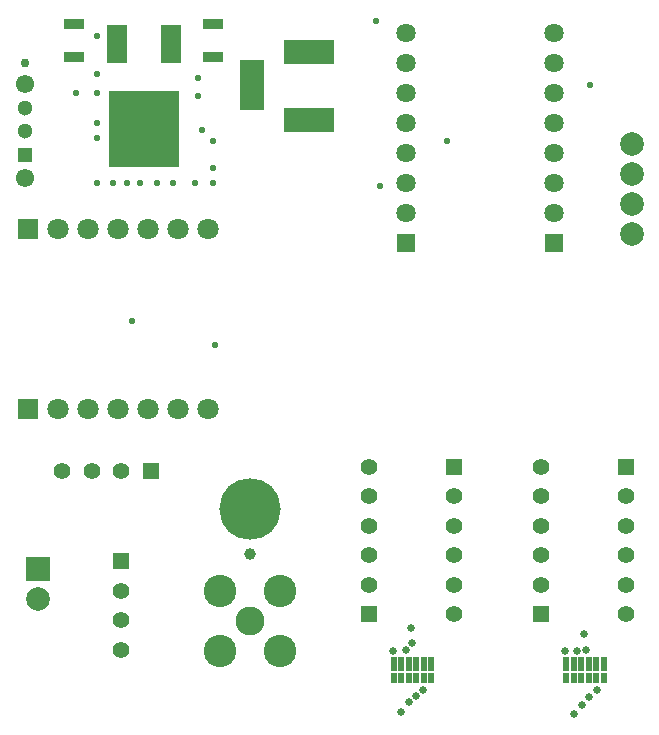
<source format=gbr>
%TF.GenerationSoftware,Altium Limited,Altium Designer,22.7.1 (60)*%
G04 Layer_Color=8388736*
%FSLAX45Y45*%
%MOMM*%
%TF.SameCoordinates,61DBAAF2-DE87-4E8A-AD11-02536D302051*%
%TF.FilePolarity,Negative*%
%TF.FileFunction,Soldermask,Top*%
%TF.Part,Single*%
G01*
G75*
%TA.AperFunction,SMDPad,CuDef*%
%ADD11R,1.70000X0.95000*%
%TA.AperFunction,ComponentPad*%
%ADD22C,1.55000*%
%ADD23C,1.30000*%
%ADD24R,1.30000X1.30000*%
%ADD30C,1.40000*%
%ADD31R,1.40000X1.40000*%
%ADD32R,1.40000X1.40000*%
%ADD44R,1.62820X1.62820*%
%ADD45C,1.62820*%
%ADD46C,2.00320*%
%ADD47R,4.20320X2.00320*%
%ADD48R,2.00320X4.20320*%
%ADD49C,2.45320*%
%ADD50C,2.75320*%
%ADD51C,1.80320*%
%ADD52R,1.80320X1.80320*%
%ADD53R,2.00320X2.00320*%
%TA.AperFunction,ViaPad*%
%ADD54C,0.58420*%
%ADD55C,0.76320*%
%ADD56C,0.65320*%
%ADD57C,5.20320*%
%ADD58C,1.00320*%
%TA.AperFunction,SMDPad,CuDef*%
%ADD68R,1.80320X3.20320*%
%ADD69R,6.00320X6.40320*%
%ADD70R,0.58420X0.96520*%
%ADD71R,0.58420X1.21920*%
D11*
X1452359Y6617000D02*
D03*
X1452358Y6337000D02*
D03*
X2635250Y6617000D02*
D03*
Y6337000D02*
D03*
D22*
X1039858Y6105500D02*
D03*
X1039858Y5305500D02*
D03*
D23*
X1039857Y5905500D02*
D03*
X1039858Y5705501D02*
D03*
D24*
X1039857Y5505501D02*
D03*
D30*
X1853535Y1313751D02*
D03*
X1853535Y1563751D02*
D03*
X1853535Y1813750D02*
D03*
X1857535Y2825750D02*
D03*
X1607535D02*
D03*
X1357536D02*
D03*
X4671975Y2615485D02*
D03*
Y2365485D02*
D03*
Y2115485D02*
D03*
Y1865485D02*
D03*
Y1615485D02*
D03*
X3949660Y1865485D02*
D03*
X3949660Y2115485D02*
D03*
Y2365485D02*
D03*
Y2615485D02*
D03*
Y2865485D02*
D03*
X5410160Y1865485D02*
D03*
X5410160Y2115485D02*
D03*
Y2365485D02*
D03*
Y2615485D02*
D03*
Y2865485D02*
D03*
X6132475Y2615485D02*
D03*
Y2365485D02*
D03*
Y2115485D02*
D03*
Y1865485D02*
D03*
Y1615485D02*
D03*
D31*
X1853535Y2063750D02*
D03*
X4671975Y2865485D02*
D03*
X3949660Y1615485D02*
D03*
X5410160D02*
D03*
X6132475Y2865485D02*
D03*
D32*
X2107535Y2825750D02*
D03*
D44*
X5517961Y4762500D02*
D03*
X4265961Y4762499D02*
D03*
D45*
X5517961Y5016500D02*
D03*
Y5270501D02*
D03*
X5517962Y5524499D02*
D03*
X5517960Y5778500D02*
D03*
X5517961Y6032501D02*
D03*
X5517961Y6286499D02*
D03*
X5517962Y6540502D02*
D03*
X4265961Y5016501D02*
D03*
Y5270501D02*
D03*
X4265960Y5524501D02*
D03*
X4265959Y5778500D02*
D03*
X4265961Y6032501D02*
D03*
X4265961Y6286499D02*
D03*
X4265962Y6540500D02*
D03*
D46*
X6178888Y4838061D02*
D03*
X6178888Y5092061D02*
D03*
X6178888Y5346061D02*
D03*
X6178887Y5600060D02*
D03*
X1153107Y1746250D02*
D03*
D47*
X3444785Y5796000D02*
D03*
X3444786Y6376001D02*
D03*
D48*
X2964785Y6096000D02*
D03*
D49*
X2942284Y1555750D02*
D03*
D50*
X2688284Y1809750D02*
D03*
Y1301750D02*
D03*
X3196284Y1301749D02*
D03*
X3196285Y1809750D02*
D03*
D51*
X2586800Y3351441D02*
D03*
X2332801Y3351440D02*
D03*
X1824800Y3351441D02*
D03*
X1316800Y3351440D02*
D03*
X1570801Y3351441D02*
D03*
X2078801D02*
D03*
X2586799Y4876268D02*
D03*
X2332800Y4876267D02*
D03*
X1824800Y4876267D02*
D03*
X1316800D02*
D03*
X1570800D02*
D03*
X2078800D02*
D03*
D52*
X1062801Y3351441D02*
D03*
X1062800Y4876267D02*
D03*
D53*
X1153108Y2000250D02*
D03*
D54*
X1651000Y6508750D02*
D03*
Y6191250D02*
D03*
Y6032500D02*
D03*
Y5778500D02*
D03*
Y5651500D02*
D03*
X2508250Y6159500D02*
D03*
Y6000750D02*
D03*
X2540000Y5715000D02*
D03*
X2635250Y5619750D02*
D03*
X1472535Y6032500D02*
D03*
X4615785Y5619750D02*
D03*
X4044285Y5238750D02*
D03*
X4011051Y6637233D02*
D03*
X5822285Y6096000D02*
D03*
X2647285Y3892551D02*
D03*
X1948785Y4095750D02*
D03*
X2635250Y5397500D02*
D03*
Y5270500D02*
D03*
X2476500D02*
D03*
X2298035D02*
D03*
X2015300D02*
D03*
X1790035D02*
D03*
X1651000D02*
D03*
X2159000D02*
D03*
X1905000D02*
D03*
D55*
X1039858Y6286500D02*
D03*
D56*
X4225199Y784618D02*
D03*
X4411991Y974404D02*
D03*
X4353142Y921779D02*
D03*
X4290333Y869721D02*
D03*
X5881330Y971541D02*
D03*
X5787718Y1312286D02*
D03*
X5718192Y1301228D02*
D03*
X5812725Y912521D02*
D03*
X5753537Y851140D02*
D03*
X5688868Y773866D02*
D03*
X4267839Y1313562D02*
D03*
X4313732Y1373099D02*
D03*
X4308771Y1499617D02*
D03*
X4155030Y1306357D02*
D03*
X5615530D02*
D03*
X5770094Y1450444D02*
D03*
D57*
X2942284Y2508250D02*
D03*
D58*
Y2127250D02*
D03*
D68*
X1821785Y6445250D02*
D03*
X2278784Y6445249D02*
D03*
D69*
X2050284Y5727250D02*
D03*
D70*
X4162118Y1079500D02*
D03*
X4225617D02*
D03*
X4289118Y1079500D02*
D03*
X4352618Y1079500D02*
D03*
X4416118D02*
D03*
X4479618D02*
D03*
X5622618D02*
D03*
X5686117D02*
D03*
X5749618Y1079500D02*
D03*
X5813118Y1079500D02*
D03*
X5876618D02*
D03*
X5940118D02*
D03*
D71*
X4162118Y1193800D02*
D03*
X4225618D02*
D03*
X4289118Y1193801D02*
D03*
X4352618Y1193800D02*
D03*
X4416117Y1193801D02*
D03*
X4479618Y1193800D02*
D03*
X5622618D02*
D03*
X5686118D02*
D03*
X5749618Y1193801D02*
D03*
X5813118Y1193800D02*
D03*
X5876617Y1193801D02*
D03*
X5940118Y1193800D02*
D03*
%TF.MD5,633df0dd09de5f7db1da65852b27e8b8*%
M02*

</source>
